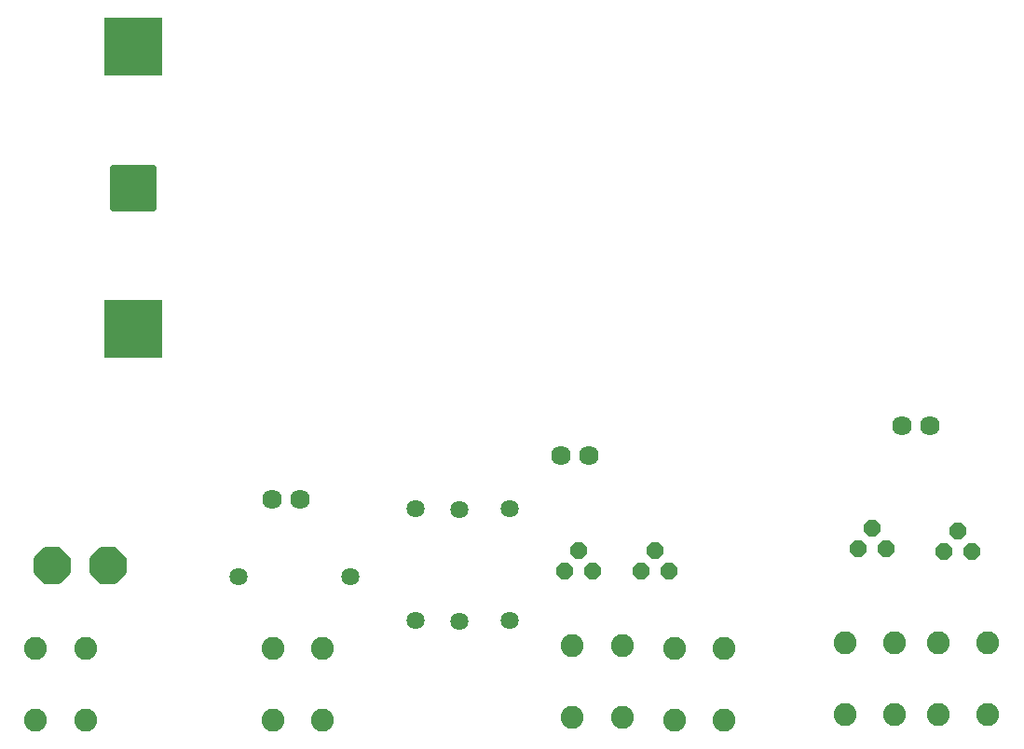
<source format=gbr>
%TF.GenerationSoftware,KiCad,Pcbnew,9.0.1*%
%TF.CreationDate,2025-04-06T15:48:51+05:30*%
%TF.ProjectId,_autosave-solder,5f617574-6f73-4617-9665-2d736f6c6465,rev?*%
%TF.SameCoordinates,Original*%
%TF.FileFunction,Soldermask,Bot*%
%TF.FilePolarity,Negative*%
%FSLAX46Y46*%
G04 Gerber Fmt 4.6, Leading zero omitted, Abs format (unit mm)*
G04 Created by KiCad (PCBNEW 9.0.1) date 2025-04-06 15:48:51*
%MOMM*%
%LPD*%
G01*
G04 APERTURE LIST*
G04 Aperture macros list*
%AMRoundRect*
0 Rectangle with rounded corners*
0 $1 Rounding radius*
0 $2 $3 $4 $5 $6 $7 $8 $9 X,Y pos of 4 corners*
0 Add a 4 corners polygon primitive as box body*
4,1,4,$2,$3,$4,$5,$6,$7,$8,$9,$2,$3,0*
0 Add four circle primitives for the rounded corners*
1,1,$1+$1,$2,$3*
1,1,$1+$1,$4,$5*
1,1,$1+$1,$6,$7*
1,1,$1+$1,$8,$9*
0 Add four rect primitives between the rounded corners*
20,1,$1+$1,$2,$3,$4,$5,0*
20,1,$1+$1,$4,$5,$6,$7,0*
20,1,$1+$1,$6,$7,$8,$9,0*
20,1,$1+$1,$8,$9,$2,$3,0*%
%AMFreePoly0*
4,1,25,0.333266,0.742596,0.345389,0.732242,0.732242,0.345389,0.760749,0.289441,0.762000,0.273547,0.762000,-0.273547,0.742596,-0.333266,0.732242,-0.345389,0.345389,-0.732242,0.289441,-0.760749,0.273547,-0.762000,-0.273547,-0.762000,-0.333266,-0.742596,-0.345389,-0.732242,-0.732242,-0.345389,-0.760749,-0.289441,-0.762000,-0.273547,-0.762000,0.273547,-0.742596,0.333266,-0.732242,0.345389,
-0.345389,0.732242,-0.289441,0.760749,-0.273547,0.762000,0.273547,0.762000,0.333266,0.742596,0.333266,0.742596,$1*%
%AMFreePoly1*
4,1,25,0.712023,1.656996,0.724146,1.646642,1.646642,0.724146,1.675149,0.668198,1.676400,0.652304,1.676400,-0.652304,1.656996,-0.712023,1.646642,-0.724146,0.724146,-1.646642,0.668198,-1.675149,0.652304,-1.676400,-0.652304,-1.676400,-0.712023,-1.656996,-0.724146,-1.646642,-1.646642,-0.724146,-1.675149,-0.668198,-1.676400,-0.652304,-1.676400,0.652304,-1.656996,0.712023,-1.646642,0.724146,
-0.724146,1.646642,-0.668198,1.675149,-0.652304,1.676400,0.652304,1.676400,0.712023,1.656996,0.712023,1.656996,$1*%
G04 Aperture macros list end*
%ADD10C,2.082800*%
%ADD11C,1.633200*%
%ADD12FreePoly0,0.000000*%
%ADD13C,1.784200*%
%ADD14FreePoly1,180.000000*%
%ADD15RoundRect,0.101600X1.980000X-1.980000X1.980000X1.980000X-1.980000X1.980000X-1.980000X-1.980000X0*%
%ADD16RoundRect,0.101600X2.540000X-2.540000X2.540000X2.540000X-2.540000X2.540000X-2.540000X-2.540000X0*%
G04 APERTURE END LIST*
D10*
%TO.C,S1*%
X155000000Y-124000000D03*
X155000000Y-117497600D03*
X159521200Y-124000000D03*
X159521200Y-117497600D03*
%TD*%
%TO.C,S6*%
X182239400Y-123751200D03*
X182239400Y-117248800D03*
X186760600Y-123751200D03*
X186760600Y-117248800D03*
%TD*%
D11*
%TO.C,R3*%
X176500000Y-115000000D03*
X176500000Y-104840000D03*
%TD*%
D12*
%TO.C,T4*%
X188500000Y-110500000D03*
X189770000Y-108595000D03*
X191040000Y-110500000D03*
%TD*%
D13*
%TO.C,D2*%
X214739400Y-97248800D03*
X212199400Y-97248800D03*
%TD*%
D11*
%TO.C,R1*%
X151920000Y-111000000D03*
X162080000Y-111000000D03*
%TD*%
D12*
%TO.C,T3*%
X181500000Y-110500000D03*
X182770000Y-108595000D03*
X184040000Y-110500000D03*
%TD*%
D13*
%TO.C,D3*%
X183770000Y-100000000D03*
X181230000Y-100000000D03*
%TD*%
D14*
%TO.C,M1*%
X134960000Y-110000000D03*
X140040000Y-110000000D03*
%TD*%
D11*
%TO.C,R5*%
X172000000Y-115080000D03*
X172000000Y-104920000D03*
%TD*%
D10*
%TO.C,S7*%
X191500000Y-124000000D03*
X191500000Y-117497600D03*
X196021200Y-124000000D03*
X196021200Y-117497600D03*
%TD*%
D12*
%TO.C,T2*%
X215969400Y-108748800D03*
X217239400Y-106843800D03*
X218509400Y-108748800D03*
%TD*%
D10*
%TO.C,S3*%
X206978800Y-123550400D03*
X206978800Y-117048000D03*
X211500000Y-123550400D03*
X211500000Y-117048000D03*
%TD*%
D12*
%TO.C,T1*%
X208199400Y-108467600D03*
X209469400Y-106562600D03*
X210739400Y-108467600D03*
%TD*%
D11*
%TO.C,R4*%
X168000000Y-115000000D03*
X168000000Y-104840000D03*
%TD*%
D10*
%TO.C,S4*%
X215478800Y-123500000D03*
X215478800Y-116997600D03*
X220000000Y-123500000D03*
X220000000Y-116997600D03*
%TD*%
%TO.C,S2*%
X133478800Y-124000000D03*
X133478800Y-117497600D03*
X138000000Y-124000000D03*
X138000000Y-117497600D03*
%TD*%
D15*
%TO.C,BAT1*%
X142300000Y-75675000D03*
D16*
X142300000Y-62850000D03*
X142300000Y-88500000D03*
%TD*%
D13*
%TO.C,D1*%
X154960000Y-104000000D03*
X157500000Y-104000000D03*
%TD*%
M02*

</source>
